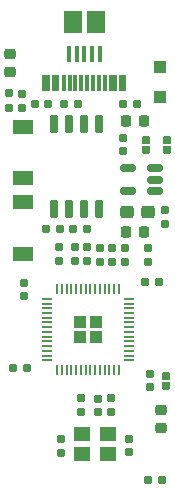
<source format=gbr>
%TF.GenerationSoftware,KiCad,Pcbnew,(6.0.7)*%
%TF.CreationDate,2022-09-23T08:48:44+05:30*%
%TF.ProjectId,Mitayi-Pico-RP2040,4d697461-7969-42d5-9069-636f2d525032,0.4*%
%TF.SameCoordinates,PX825e060PY6d4a840*%
%TF.FileFunction,Paste,Top*%
%TF.FilePolarity,Positive*%
%FSLAX46Y46*%
G04 Gerber Fmt 4.6, Leading zero omitted, Abs format (unit mm)*
G04 Created by KiCad (PCBNEW (6.0.7)) date 2022-09-23 08:48:44*
%MOMM*%
%LPD*%
G01*
G04 APERTURE LIST*
G04 Aperture macros list*
%AMRoundRect*
0 Rectangle with rounded corners*
0 $1 Rounding radius*
0 $2 $3 $4 $5 $6 $7 $8 $9 X,Y pos of 4 corners*
0 Add a 4 corners polygon primitive as box body*
4,1,4,$2,$3,$4,$5,$6,$7,$8,$9,$2,$3,0*
0 Add four circle primitives for the rounded corners*
1,1,$1+$1,$2,$3*
1,1,$1+$1,$4,$5*
1,1,$1+$1,$6,$7*
1,1,$1+$1,$8,$9*
0 Add four rect primitives between the rounded corners*
20,1,$1+$1,$2,$3,$4,$5,0*
20,1,$1+$1,$4,$5,$6,$7,0*
20,1,$1+$1,$6,$7,$8,$9,0*
20,1,$1+$1,$8,$9,$2,$3,0*%
%AMFreePoly0*
4,1,13,-0.340000,0.160000,-0.327821,0.221229,-0.293137,0.273137,-0.241229,0.307821,-0.180000,0.320000,0.340000,0.320000,0.340000,-0.320000,-0.180000,-0.320000,-0.241229,-0.307821,-0.293137,-0.273137,-0.327821,-0.221229,-0.340000,-0.160000,-0.340000,0.160000,-0.340000,0.160000,$1*%
%AMFreePoly1*
4,1,13,-0.340000,0.320000,0.180000,0.320000,0.241229,0.307821,0.293137,0.273137,0.327821,0.221229,0.340000,0.160000,0.340000,-0.160000,0.327821,-0.221229,0.293137,-0.273137,0.241229,-0.307821,0.180000,-0.320000,-0.340000,-0.320000,-0.340000,0.320000,-0.340000,0.320000,$1*%
G04 Aperture macros list end*
%ADD10FreePoly0,270.000000*%
%ADD11FreePoly1,270.000000*%
%ADD12RoundRect,0.218750X0.256250X-0.218750X0.256250X0.218750X-0.256250X0.218750X-0.256250X-0.218750X0*%
%ADD13RoundRect,0.155000X0.155000X-0.212500X0.155000X0.212500X-0.155000X0.212500X-0.155000X-0.212500X0*%
%ADD14RoundRect,0.225000X0.225000X0.250000X-0.225000X0.250000X-0.225000X-0.250000X0.225000X-0.250000X0*%
%ADD15RoundRect,0.155000X0.212500X0.155000X-0.212500X0.155000X-0.212500X-0.155000X0.212500X-0.155000X0*%
%ADD16RoundRect,0.160000X0.197500X0.160000X-0.197500X0.160000X-0.197500X-0.160000X0.197500X-0.160000X0*%
%ADD17RoundRect,0.160000X-0.160000X0.197500X-0.160000X-0.197500X0.160000X-0.197500X0.160000X0.197500X0*%
%ADD18RoundRect,0.155000X-0.212500X-0.155000X0.212500X-0.155000X0.212500X0.155000X-0.212500X0.155000X0*%
%ADD19RoundRect,0.250000X-0.292217X-0.292217X0.292217X-0.292217X0.292217X0.292217X-0.292217X0.292217X0*%
%ADD20RoundRect,0.050000X-0.387500X-0.050000X0.387500X-0.050000X0.387500X0.050000X-0.387500X0.050000X0*%
%ADD21RoundRect,0.050000X-0.050000X-0.387500X0.050000X-0.387500X0.050000X0.387500X-0.050000X0.387500X0*%
%ADD22RoundRect,0.155000X-0.155000X0.212500X-0.155000X-0.212500X0.155000X-0.212500X0.155000X0.212500X0*%
%ADD23RoundRect,0.150000X0.150000X-0.650000X0.150000X0.650000X-0.150000X0.650000X-0.150000X-0.650000X0*%
%ADD24FreePoly0,90.000000*%
%ADD25FreePoly1,90.000000*%
%ADD26RoundRect,0.225000X-0.225000X-0.250000X0.225000X-0.250000X0.225000X0.250000X-0.225000X0.250000X0*%
%ADD27R,0.300000X1.450000*%
%ADD28R,1.400000X1.200000*%
%ADD29RoundRect,0.160000X0.160000X-0.197500X0.160000X0.197500X-0.160000X0.197500X-0.160000X-0.197500X0*%
%ADD30R,1.000000X1.000000*%
%ADD31R,0.400000X1.350000*%
%ADD32R,1.500000X1.900000*%
%ADD33R,1.700000X1.150000*%
%ADD34RoundRect,0.250000X-0.312500X-0.275000X0.312500X-0.275000X0.312500X0.275000X-0.312500X0.275000X0*%
%ADD35RoundRect,0.160000X-0.197500X-0.160000X0.197500X-0.160000X0.197500X0.160000X-0.197500X0.160000X0*%
%ADD36RoundRect,0.150000X0.512500X0.150000X-0.512500X0.150000X-0.512500X-0.150000X0.512500X-0.150000X0*%
G04 APERTURE END LIST*
D10*
%TO.C,JP5*%
X17400000Y19730000D03*
D11*
X17400000Y18850000D03*
%TD*%
D12*
%TO.C,D2*%
X17030000Y15262500D03*
X17030000Y16837500D03*
%TD*%
D13*
%TO.C,C17*%
X8510000Y13212500D03*
X8510000Y14347500D03*
%TD*%
%TO.C,C12*%
X5430000Y26442500D03*
X5430000Y27577500D03*
%TD*%
D14*
%TO.C,C13*%
X15585000Y41290000D03*
X14035000Y41290000D03*
%TD*%
D15*
%TO.C,C6*%
X5647500Y20400000D03*
X4512500Y20400000D03*
%TD*%
D13*
%TO.C,C11*%
X15905000Y29362500D03*
X15905000Y30497500D03*
%TD*%
%TO.C,C19*%
X5240000Y42422500D03*
X5240000Y43557500D03*
%TD*%
D16*
%TO.C,R2*%
X8447500Y32170000D03*
X7252500Y32170000D03*
%TD*%
%TO.C,R7*%
X17067500Y10860000D03*
X15872500Y10860000D03*
%TD*%
D17*
%TO.C,R10*%
X10220000Y17817500D03*
X10220000Y16622500D03*
%TD*%
D18*
%TO.C,C10*%
X15662500Y27630000D03*
X16797500Y27630000D03*
%TD*%
D19*
%TO.C,U3*%
X10182500Y24267500D03*
X11457500Y22992500D03*
X11457500Y24267500D03*
X10182500Y22992500D03*
D20*
X7382500Y26230000D03*
X7382500Y25830000D03*
X7382500Y25430000D03*
X7382500Y25030000D03*
X7382500Y24630000D03*
X7382500Y24230000D03*
X7382500Y23830000D03*
X7382500Y23430000D03*
X7382500Y23030000D03*
X7382500Y22630000D03*
X7382500Y22230000D03*
X7382500Y21830000D03*
X7382500Y21430000D03*
X7382500Y21030000D03*
D21*
X8220000Y20192500D03*
X8620000Y20192500D03*
X9020000Y20192500D03*
X9420000Y20192500D03*
X9820000Y20192500D03*
X10220000Y20192500D03*
X10620000Y20192500D03*
X11020000Y20192500D03*
X11420000Y20192500D03*
X11820000Y20192500D03*
X12220000Y20192500D03*
X12620000Y20192500D03*
X13020000Y20192500D03*
X13420000Y20192500D03*
D20*
X14257500Y21030000D03*
X14257500Y21430000D03*
X14257500Y21830000D03*
X14257500Y22230000D03*
X14257500Y22630000D03*
X14257500Y23030000D03*
X14257500Y23430000D03*
X14257500Y23830000D03*
X14257500Y24230000D03*
X14257500Y24630000D03*
X14257500Y25030000D03*
X14257500Y25430000D03*
X14257500Y25830000D03*
X14257500Y26230000D03*
D21*
X13420000Y27067500D03*
X13020000Y27067500D03*
X12620000Y27067500D03*
X12220000Y27067500D03*
X11820000Y27067500D03*
X11420000Y27067500D03*
X11020000Y27067500D03*
X10620000Y27067500D03*
X10220000Y27067500D03*
X9820000Y27067500D03*
X9420000Y27067500D03*
X9020000Y27067500D03*
X8620000Y27067500D03*
X8220000Y27067500D03*
%TD*%
D17*
%TO.C,R5*%
X11825000Y30547500D03*
X11825000Y29352500D03*
%TD*%
D22*
%TO.C,C2*%
X12750000Y17797500D03*
X12750000Y16662500D03*
%TD*%
D23*
%TO.C,U1*%
X7955000Y33850000D03*
X9225000Y33850000D03*
X10495000Y33850000D03*
X11765000Y33850000D03*
X11765000Y41050000D03*
X10495000Y41050000D03*
X9225000Y41050000D03*
X7955000Y41050000D03*
%TD*%
D13*
%TO.C,C5*%
X10720000Y29457500D03*
X10720000Y30592500D03*
%TD*%
D16*
%TO.C,R1*%
X10777500Y32170000D03*
X9582500Y32170000D03*
%TD*%
D13*
%TO.C,C4*%
X13930000Y29372500D03*
X13930000Y30507500D03*
%TD*%
D18*
%TO.C,C1*%
X6342500Y42700000D03*
X7477500Y42700000D03*
%TD*%
D24*
%TO.C,JP1*%
X17500000Y38810000D03*
D25*
X17500000Y39690000D03*
%TD*%
D17*
%TO.C,R9*%
X17300000Y33787500D03*
X17300000Y32592500D03*
%TD*%
D13*
%TO.C,C9*%
X11630000Y16652500D03*
X11630000Y17787500D03*
%TD*%
D22*
%TO.C,C8*%
X16100000Y19877500D03*
X16100000Y18742500D03*
%TD*%
D26*
%TO.C,C15*%
X14015000Y31920000D03*
X15565000Y31920000D03*
%TD*%
D27*
%TO.C,J2*%
X13910000Y44470000D03*
X13110000Y44470000D03*
X11760000Y44470000D03*
X10760000Y44470000D03*
X10260000Y44470000D03*
X9260000Y44470000D03*
X7910000Y44470000D03*
X7110000Y44470000D03*
X7410000Y44470000D03*
X8210000Y44470000D03*
X8760000Y44470000D03*
X9760000Y44470000D03*
X11260000Y44470000D03*
X12260000Y44470000D03*
X12810000Y44470000D03*
X13610000Y44470000D03*
%TD*%
D13*
%TO.C,C16*%
X13760000Y38752500D03*
X13760000Y39887500D03*
%TD*%
D10*
%TO.C,JP4*%
X15750000Y39690000D03*
D11*
X15750000Y38810000D03*
%TD*%
D16*
%TO.C,R4*%
X9947500Y42700000D03*
X8752500Y42700000D03*
%TD*%
D28*
%TO.C,Y1*%
X10330000Y13100000D03*
X12530000Y13100000D03*
X12530000Y14800000D03*
X10330000Y14800000D03*
%TD*%
D29*
%TO.C,R8*%
X4170000Y42422500D03*
X4170000Y43617500D03*
%TD*%
D30*
%TO.C,D1*%
X16900000Y43350000D03*
X16900000Y45850000D03*
%TD*%
D12*
%TO.C,D3*%
X4200000Y45412500D03*
X4200000Y46987500D03*
%TD*%
D31*
%TO.C,J6*%
X11810000Y46937500D03*
X11160000Y46937500D03*
X10510000Y46937500D03*
X9860000Y46937500D03*
X9210000Y46937500D03*
D32*
X11510000Y49637500D03*
X9510000Y49637500D03*
%TD*%
D33*
%TO.C,SW1*%
X5300000Y40775000D03*
X5300000Y36425000D03*
%TD*%
D22*
%TO.C,C18*%
X14330000Y14377500D03*
X14330000Y13242500D03*
%TD*%
D13*
%TO.C,C7*%
X9720000Y29462500D03*
X9720000Y30597500D03*
%TD*%
D17*
%TO.C,R6*%
X12825000Y30547500D03*
X12825000Y29352500D03*
%TD*%
D34*
%TO.C,C14*%
X14147500Y33600000D03*
X15922500Y33600000D03*
%TD*%
D35*
%TO.C,R3*%
X13802500Y42700000D03*
X14997500Y42700000D03*
%TD*%
D36*
%TO.C,U2*%
X16487500Y35380000D03*
X16487500Y36330000D03*
X16487500Y37280000D03*
X14212500Y37280000D03*
X14212500Y35380000D03*
%TD*%
D17*
%TO.C,R11*%
X8330000Y30627500D03*
X8330000Y29432500D03*
%TD*%
D33*
%TO.C,SW2*%
X5285000Y30060000D03*
X5285000Y34410000D03*
%TD*%
M02*

</source>
